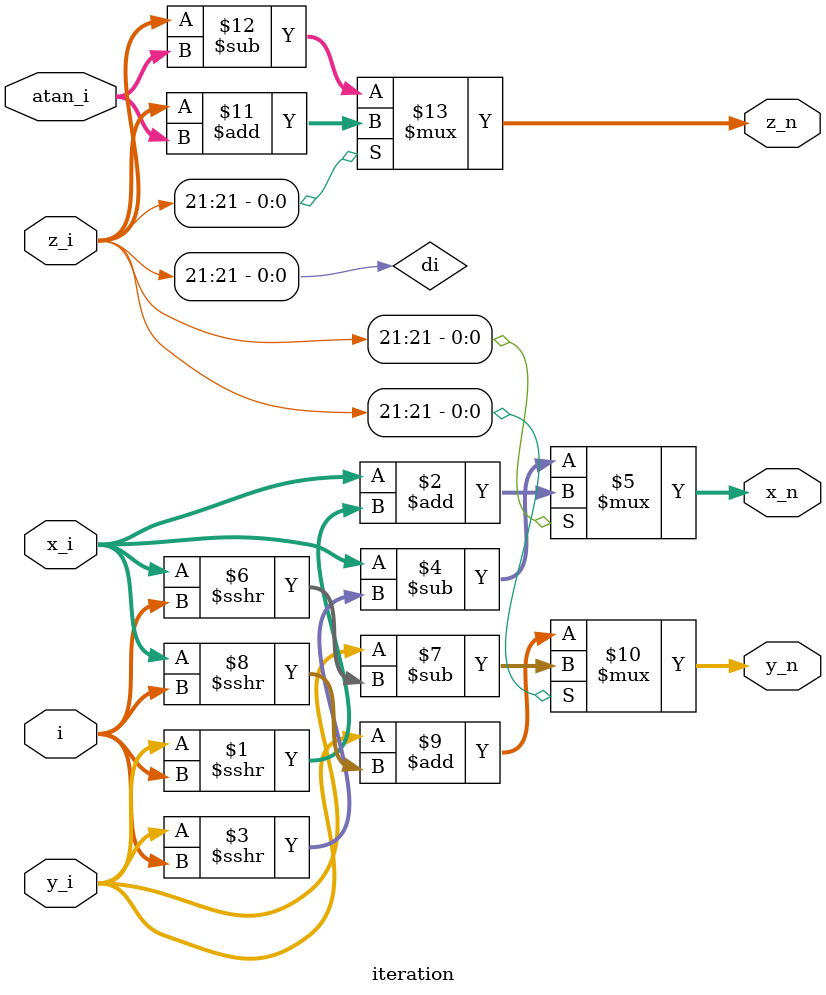
<source format=sv>
module iteration #(
    parameter FRACS = 20,
    parameter INTS = 1,
    parameter WIDTH = INTS + FRACS + 1  //sign bit needed for algorithm
)
(
    input [4:0] i,
    input [WIDTH-1:0] atan_i,
    input signed [WIDTH-1:0] x_i,
    input signed [WIDTH-1:0] y_i,
    input signed [WIDTH-1:0] z_i,
    output signed [WIDTH-1:0] x_n,
    output signed [WIDTH-1:0] y_n,
    output  [WIDTH-1:0] z_n
);

wire di = z_i[WIDTH-1];
assign x_n = di ? x_i + (y_i >>> i) : x_i - (y_i >>> i);
assign y_n = di ? y_i - (x_i >>> i) : y_i + (x_i >>> i);
assign z_n = di ? z_i + atan_i : z_i - atan_i;

endmodule
</source>
